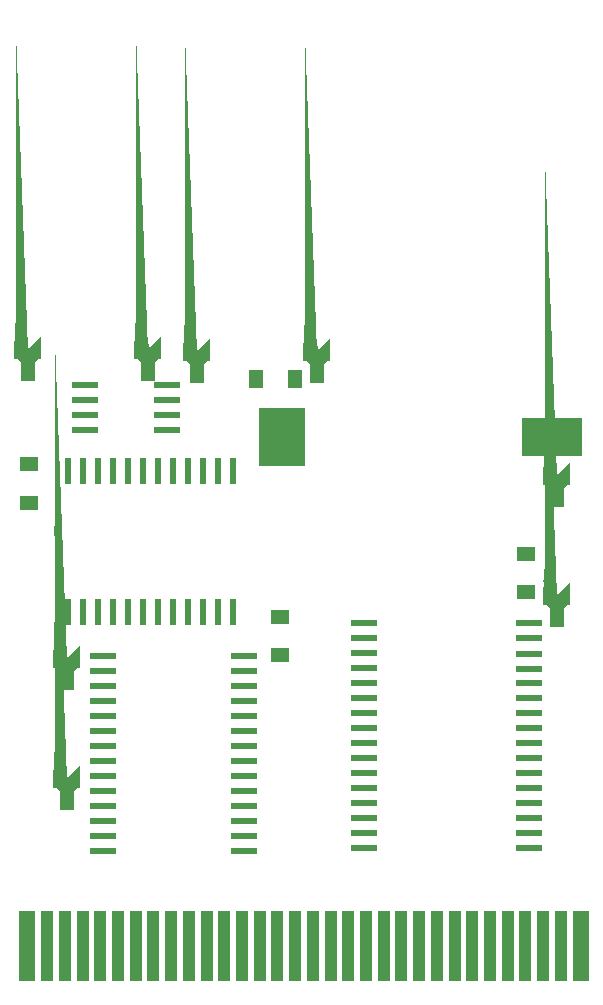
<source format=gtp>
G04 #@! TF.GenerationSoftware,KiCad,Pcbnew,(6.0.9)*
G04 #@! TF.CreationDate,2023-01-08T00:32:06-05:00*
G04 #@! TF.ProjectId,DMG-DECN-02,444d472d-4445-4434-9e2d-30322e6b6963,rev?*
G04 #@! TF.SameCoordinates,Original*
G04 #@! TF.FileFunction,Paste,Top*
G04 #@! TF.FilePolarity,Positive*
%FSLAX46Y46*%
G04 Gerber Fmt 4.6, Leading zero omitted, Abs format (unit mm)*
G04 Created by KiCad (PCBNEW (6.0.9)) date 2023-01-08 00:32:06*
%MOMM*%
%LPD*%
G01*
G04 APERTURE LIST*
G04 Aperture macros list*
%AMFreePoly0*
4,1,55,1.015063,1.095106,1.030902,1.095106,1.043716,1.085796,1.058779,1.080902,1.068089,1.068089,1.080902,1.058779,1.085796,1.043716,1.095106,1.030902,1.095106,1.015063,1.100000,1.000000,1.100000,0.762000,1.143000,0.762000,1.143000,-0.762000,0.879422,-0.762000,0.600000,-1.041422,0.600000,-2.500000,0.595106,-2.515063,0.595106,-2.530902,0.585796,-2.543716,0.580902,-2.558779,
0.568089,-2.568089,0.558779,-2.580902,0.543716,-2.585796,0.530902,-2.595106,0.515063,-2.595106,0.500000,-2.600000,-0.500000,-2.600000,-0.515063,-2.595106,-0.530902,-2.595106,-0.543716,-2.585796,-0.558779,-2.580902,-0.568089,-2.568089,-0.580902,-2.558779,-0.585796,-2.543716,-0.595106,-2.530902,-0.595106,-2.515063,-0.600000,-2.500000,-0.600000,-1.041422,-0.879422,-0.762000,-1.143000,-0.762000,
-1.143000,0.762000,-1.100000,0.762000,-1.100000,1.000000,-1.095106,1.015063,-1.095106,1.030902,-1.085796,1.043716,-1.080902,1.058779,-1.068089,1.068089,-1.058779,1.080902,-1.043716,1.085796,-1.030902,1.095106,-1.015063,1.095106,-1.000000,1.100000,1.000000,1.100000,1.015063,1.095106,1.015063,1.095106,$1*%
G04 Aperture macros list end*
%ADD10R,1.250000X1.500000*%
%ADD11R,2.200000X0.600000*%
%ADD12R,1.500000X1.250000*%
%ADD13R,1.400000X6.000000*%
%ADD14R,1.000000X6.000000*%
%ADD15R,4.000000X5.000000*%
%ADD16R,5.200000X3.200000*%
%ADD17FreePoly0,90.000000*%
%ADD18FreePoly0,270.000000*%
%ADD19R,0.600000X2.200000*%
%ADD20FreePoly0,180.000000*%
%ADD21FreePoly0,0.000000*%
G04 APERTURE END LIST*
D10*
X148540000Y-76950000D03*
X145290000Y-76950000D03*
D11*
X132340000Y-100460000D03*
X132340000Y-101730000D03*
X132340000Y-103000000D03*
X132340000Y-104270000D03*
X132340000Y-105540000D03*
X132340000Y-106810000D03*
X132340000Y-108080000D03*
X132340000Y-109350000D03*
X132340000Y-110620000D03*
X132340000Y-111890000D03*
X132340000Y-113160000D03*
X132340000Y-114430000D03*
X132340000Y-115700000D03*
X132340000Y-116970000D03*
X144240000Y-116970000D03*
X144240000Y-115700000D03*
X144240000Y-114430000D03*
X144240000Y-113160000D03*
X144240000Y-111890000D03*
X144240000Y-110620000D03*
X144240000Y-109350000D03*
X144240000Y-108080000D03*
X144240000Y-106810000D03*
X144240000Y-105540000D03*
X144240000Y-104270000D03*
X144240000Y-103000000D03*
X144240000Y-101730000D03*
X144240000Y-100460000D03*
D12*
X168085000Y-91775000D03*
X168085000Y-95025000D03*
D13*
X125880000Y-124950000D03*
D14*
X127580000Y-124950000D03*
X129080000Y-124950000D03*
X130580000Y-124950000D03*
X132080000Y-124950000D03*
X133580000Y-124950000D03*
X135080000Y-124950000D03*
X136580000Y-124950000D03*
X138080000Y-124950000D03*
X139580000Y-124950000D03*
X141080000Y-124950000D03*
X142580000Y-124950000D03*
X144080000Y-124950000D03*
X145580000Y-124950000D03*
X147080000Y-124950000D03*
X148580000Y-124950000D03*
X150080000Y-124950000D03*
X151580000Y-124950000D03*
X153080000Y-124950000D03*
X154580000Y-124950000D03*
X156080000Y-124950000D03*
X157580000Y-124950000D03*
X159080000Y-124950000D03*
X160580000Y-124950000D03*
X162080000Y-124950000D03*
X163580000Y-124950000D03*
X165080000Y-124950000D03*
X166580000Y-124950000D03*
X168080000Y-124950000D03*
X169580000Y-124950000D03*
X171080000Y-124950000D03*
D13*
X172780000Y-124950000D03*
D15*
X147440000Y-81860000D03*
D16*
X170290000Y-81860000D03*
D12*
X147335000Y-97135000D03*
X147335000Y-100385000D03*
X126050000Y-84210000D03*
X126050000Y-87460000D03*
D17*
X125950000Y-74490000D03*
D18*
X136150000Y-74490000D03*
D11*
X154404000Y-97625000D03*
X154404000Y-98895000D03*
X154404000Y-100165000D03*
X154404000Y-101435000D03*
X154404000Y-102705000D03*
X154404000Y-103975000D03*
X154404000Y-105245000D03*
X154404000Y-106515000D03*
X154404000Y-107785000D03*
X154404000Y-109055000D03*
X154404000Y-110325000D03*
X154404000Y-111595000D03*
X154404000Y-112865000D03*
X154404000Y-114135000D03*
X154404000Y-115420000D03*
X154404000Y-116720000D03*
X168390000Y-116720000D03*
X168390000Y-115450000D03*
X168390000Y-114180000D03*
X168390000Y-112910000D03*
X168390000Y-111640000D03*
X168390000Y-110370000D03*
X168390000Y-109100000D03*
X168390000Y-107830000D03*
X168390000Y-106560000D03*
X168390000Y-105290000D03*
X168390000Y-104020000D03*
X168390000Y-102750000D03*
X168390000Y-101520000D03*
X168390000Y-100220000D03*
X168390000Y-98920000D03*
X168390000Y-97620000D03*
D19*
X129335000Y-96706000D03*
X130605000Y-96706000D03*
X131875000Y-96706000D03*
X133145000Y-96706000D03*
X134415000Y-96706000D03*
X135685000Y-96706000D03*
X136955000Y-96706000D03*
X138225000Y-96706000D03*
X139495000Y-96706000D03*
X140765000Y-96706000D03*
X142035000Y-96706000D03*
X143305000Y-96706000D03*
X143305000Y-84806000D03*
X142035000Y-84806000D03*
X140765000Y-84806000D03*
X139495000Y-84806000D03*
X138225000Y-84806000D03*
X136955000Y-84806000D03*
X135685000Y-84806000D03*
X134415000Y-84806000D03*
X133145000Y-84806000D03*
X131875000Y-84806000D03*
X130605000Y-84806000D03*
X129335000Y-84806000D03*
D20*
X170770000Y-95360000D03*
D21*
X170770000Y-85160000D03*
D17*
X140260000Y-74703500D03*
D18*
X150460000Y-74703500D03*
D11*
X130784000Y-77465000D03*
X130784000Y-78735000D03*
X130784000Y-80005000D03*
X130784000Y-81275000D03*
X137770000Y-81275000D03*
X137770000Y-80005000D03*
X137770000Y-78735000D03*
X137770000Y-77465000D03*
D20*
X129233500Y-110870000D03*
D21*
X129233500Y-100670000D03*
M02*

</source>
